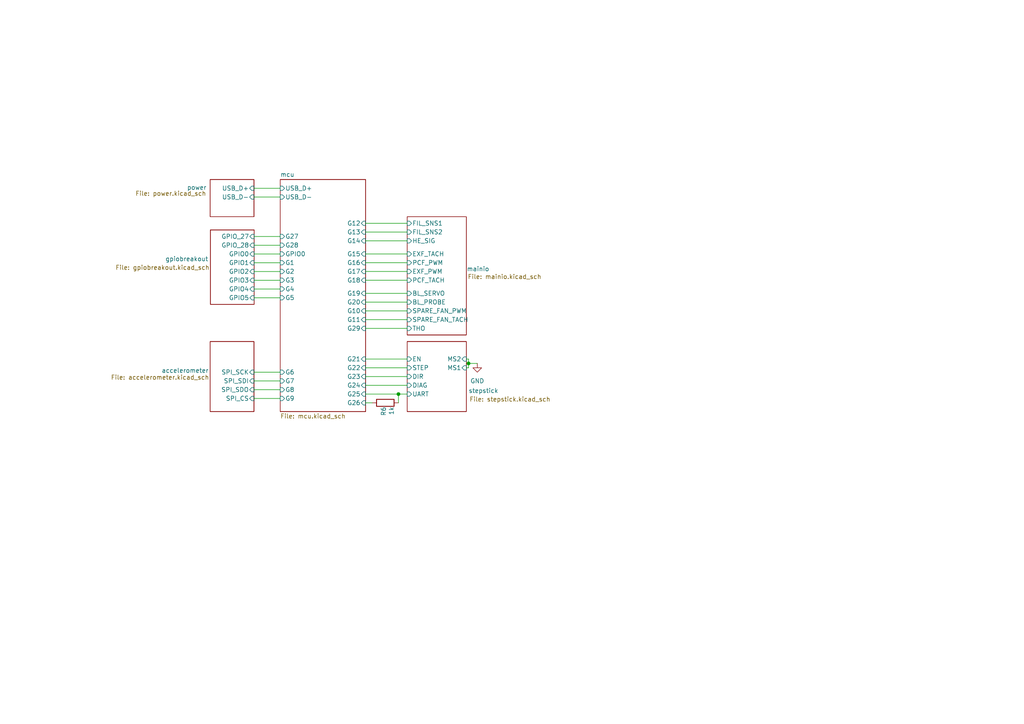
<source format=kicad_sch>
(kicad_sch (version 20250114) (generator "eeschema") (generator_version "9.0")
  (paper "A4")
  (lib_symbols
    (symbol "Device:R" (pin_numbers (hide yes)) (pin_names (offset 0))
      (property "Reference" "R" (at 2.032 0 90))
      (property "Value" "R" (at 0 0 90))
      (symbol "R_0_1"
        (rectangle (start -1.016 -2.54) (end 1.016 2.54) (stroke (width 0.254)))
      )
      (symbol "R_1_1"
        (pin passive line (at 0 3.81 270) (length 1.27) (name "~") (number "1"))
        (pin passive line (at 0 -3.81 90) (length 1.27) (name "~") (number "2"))
      )
    )
    (symbol "power:GND3" (power) (pin_numbers (hide yes)) (pin_names (offset 0) (hide yes))
      (property "Value" "GND3" (at 0 -3.81 0))
      (symbol "GND3_0_1"
        (polyline (pts (xy 0 0) (xy 0 -1.27) (xy 1.27 -1.27) (xy 0 -2.54) (xy -1.27 -1.27) (xy 0 -1.27)))
      )
      (symbol "GND3_1_1"
        (pin power_in line (at 0 0 270) (length 0) (name "~") (number "1"))
      )
    )
  )
  (junction (at 115.57 114.3))
  (junction (at 135.89 105.41))
  (wire (pts (xy 73.66 115.57) (xy 81.28 115.57)))
  (wire (pts (xy 106.045 109.22) (xy 118.11 109.22)))
  (wire (pts (xy 73.7215 68.5924) (xy 81.28 68.5924)))
  (wire (pts (xy 81.28 73.6724) (xy 81.28 73.66)))
  (wire (pts (xy 73.66 110.49) (xy 81.28 110.49)))
  (wire (pts (xy 115.57 114.3) (xy 115.57 116.84)))
  (wire (pts (xy 106.045 111.76) (xy 118.11 111.76)))
  (wire (pts (xy 135.89 105.41) (xy 138.43 105.41)))
  (wire (pts (xy 106.045 87.63) (xy 118.11 87.63)))
  (wire (pts (xy 106.045 67.31) (xy 118.11 67.31)))
  (wire (pts (xy 106.045 64.77) (xy 118.11 64.77)))
  (wire (pts (xy 106.045 95.25) (xy 118.11 95.25)))
  (wire (pts (xy 106.045 116.84) (xy 107.95 116.84)))
  (wire (pts (xy 106.045 78.74) (xy 118.11 78.74)))
  (wire (pts (xy 106.045 69.85) (xy 118.11 69.85)))
  (wire (pts (xy 73.7215 81.2924) (xy 81.28 81.2924)))
  (wire (pts (xy 135.89 104.14) (xy 135.89 105.41)))
  (wire (pts (xy 73.66 107.95) (xy 81.28 107.95)))
  (wire (pts (xy 81.28 68.5924) (xy 81.28 68.58)))
  (wire (pts (xy 73.66 113.03) (xy 81.28 113.03)))
  (wire (pts (xy 115.57 114.3) (xy 118.11 114.3)))
  (wire (pts (xy 73.7215 83.8324) (xy 81.28 83.8324)))
  (wire (pts (xy 73.7215 76.2124) (xy 81.28 76.2124)))
  (wire (pts (xy 73.66 54.61) (xy 81.28 54.61)))
  (wire (pts (xy 106.045 92.71) (xy 118.11 92.71)))
  (wire (pts (xy 73.7215 71.1324) (xy 81.28 71.1324)))
  (wire (pts (xy 106.045 73.66) (xy 118.11 73.66)))
  (wire (pts (xy 106.045 90.17) (xy 118.11 90.17)))
  (wire (pts (xy 73.7215 73.6724) (xy 81.28 73.6724)))
  (wire (pts (xy 106.045 104.14) (xy 118.11 104.14)))
  (wire (pts (xy 106.045 114.3) (xy 115.57 114.3)))
  (wire (pts (xy 81.28 81.2924) (xy 81.28 81.28)))
  (wire (pts (xy 106.045 85.09) (xy 118.11 85.09)))
  (wire (pts (xy 106.045 106.68) (xy 118.11 106.68)))
  (wire (pts (xy 135.255 104.14) (xy 135.89 104.14)))
  (wire (pts (xy 135.255 106.68) (xy 135.89 106.68)))
  (wire (pts (xy 106.045 76.2) (xy 118.11 76.2)))
  (wire (pts (xy 73.7215 78.7524) (xy 81.28 78.7524)))
  (wire (pts (xy 81.28 76.2124) (xy 81.28 76.2)))
  (wire (pts (xy 81.28 83.8324) (xy 81.28 83.82)))
  (wire (pts (xy 73.7215 86.3724) (xy 81.28 86.3724)))
  (wire (pts (xy 81.28 86.3724) (xy 81.28 86.36)))
  (wire (pts (xy 73.66 57.15) (xy 81.28 57.15)))
  (wire (pts (xy 81.28 78.7524) (xy 81.28 78.74)))
  (wire (pts (xy 106.045 81.28) (xy 118.11 81.28)))
  (wire (pts (xy 81.28 71.1324) (xy 81.28 71.12)))
  (wire (pts (xy 135.89 105.41) (xy 135.89 106.68)))
  (symbol (lib_id "power:GND3") (at 138.43 105.41 0) (unit 1)
    (property "Reference" "#PWR036" (effects (hide yes)))
    (property "Value" "GND" (at 138.43 110.49 0))
    (property "Description" "Power symbol creates a global label with name \"GND3\" , ground" (effects (hide yes)))
  )
  (symbol (lib_id "Device:R") (at 111.76 116.84 90) (unit 1)
    (property "Reference" "R6" (at 111.252 120.65 0) (effects (justify left)))
    (property "Value" "1k" (at 113.538 120.396 0) (effects (justify left)))
    (property "Footprint" "Resistor_SMD:R_0603_1608Metric" (effects (hide yes)))
    (property "Description" "Resistor" (effects (hide yes)))
  )
  (sheet (at 118.11 99.06) (size 17.145 20.32) (stroke (width 0.1524))
    (property "Sheetname" "stepstick" (at 135.89 114.046 0) (effects (justify left bottom)))
    (property "Sheetfile" "stepstick.kicad_sch" (at 136.144 115.062 0) (effects (justify left top)))
    (pin "DIAG" input (at 118.11 111.76 180))
    (pin "STEP" input (at 118.11 106.68 180))
    (pin "EN" input (at 118.11 104.14 180))
    (pin "DIR" input (at 118.11 109.22 180))
    (pin "UART" input (at 118.11 114.3 180))
    (pin "MS2" input (at 135.255 104.14 0))
    (pin "MS1" input (at 135.255 106.68 0))
  )
  (sheet (at 81.28 52.07) (size 24.765 67.31) (stroke (width 0.1524))
    (property "Sheetname" "mcu" (at 81.28 51.3584 0) (effects (justify left bottom)))
    (property "Sheetfile" "mcu.kicad_sch" (at 81.28 119.9646 0) (effects (justify left top)))
    (pin "USB_D+" input (at 81.28 54.61 180))
    (pin "USB_D-" input (at 81.28 57.15 180))
    (pin "G25" input (at 106.045 114.3 0))
    (pin "G23" input (at 106.045 109.22 0))
    (pin "G20" input (at 106.045 87.63 0))
    (pin "G24" input (at 106.045 111.76 0))
    (pin "G21" input (at 106.045 104.14 0))
    (pin "G22" input (at 106.045 106.68 0))
    (pin "G15" input (at 106.045 73.66 0))
    (pin "G16" input (at 106.045 76.2 0))
    (pin "G17" input (at 106.045 78.74 0))
    (pin "G19" input (at 106.045 85.09 0))
    (pin "G18" input (at 106.045 81.28 0))
    (pin "G29" input (at 106.045 95.25 0))
    (pin "G13" input (at 106.045 67.31 0))
    (pin "G14" input (at 106.045 69.85 0))
    (pin "G12" input (at 106.045 64.77 0))
    (pin "G9" input (at 81.28 115.57 180))
    (pin "G7" input (at 81.28 110.49 180))
    (pin "G5" input (at 81.28 86.36 180))
    (pin "G10" input (at 106.045 90.17 0))
    (pin "G8" input (at 81.28 113.03 180))
    (pin "G11" input (at 106.045 92.71 0))
    (pin "G4" input (at 81.28 83.82 180))
    (pin "G1" input (at 81.28 76.2 180))
    (pin "G6" input (at 81.28 107.95 180))
    (pin "G3" input (at 81.28 81.28 180))
    (pin "G2" input (at 81.28 78.74 180))
    (pin "GPIO0" input (at 81.28 73.66 180))
    (pin "G28" input (at 81.28 71.12 180))
    (pin "G27" input (at 81.28 68.58 180))
    (pin "G26" input (at 106.045 116.84 0))
  )
  (sheet (at 60.96 52.07) (size 12.7 10.795) (stroke (width 0.1524))
    (property "Sheetname" "power" (at 54.229 55.118 0) (effects (justify left bottom)))
    (property "Sheetfile" "power.kicad_sch" (at 39.243 55.372 0) (effects (justify left top)))
    (pin "USB_D+" input (at 73.66 54.61 0))
    (pin "USB_D-" input (at 73.66 57.15 0))
  )
  (sheet (at 61.0215 66.6874) (size 12.7 21.59) (stroke (width 0.1524))
    (property "Sheetname" "gpiobreakout" (at 47.9405 75.8314 0) (effects (justify left bottom)))
    (property "Sheetfile" "gpiobreakout.kicad_sch" (at 33.4625 76.8474 0) (effects (justify left top)))
    (pin "GPIO_28" input (at 73.7215 71.1324 0))
    (pin "GPIO0" input (at 73.7215 73.6724 0))
    (pin "GPIO1" input (at 73.7215 76.2124 0))
    (pin "GPIO4" input (at 73.7215 83.8324 0))
    (pin "GPIO_27" input (at 73.7215 68.5924 0))
    (pin "GPIO2" input (at 73.7215 78.7524 0))
    (pin "GPIO3" input (at 73.7215 81.2924 0))
    (pin "GPIO5" input (at 73.7215 86.3724 0))
  )
  (sheet (at 60.96 99.06) (size 12.7 20.32) (stroke (width 0.1524))
    (property "Sheetname" "accelerometer" (at 46.863 108.204 0) (effects (justify left bottom)))
    (property "Sheetfile" "accelerometer.kicad_sch" (at 32.131 108.712 0) (effects (justify left top)))
    (pin "SPI_CS" input (at 73.66 115.57 0))
    (pin "SPI_SCK" input (at 73.66 107.95 0))
    (pin "SPI_SDI" input (at 73.66 110.49 0))
    (pin "SPI_SDO" input (at 73.66 113.03 0))
  )
  (sheet (at 118.11 62.865) (size 17.145 34.29) (stroke (width 0.1524))
    (property "Sheetname" "mainio" (at 135.382 78.74 0) (effects (justify left bottom)))
    (property "Sheetfile" "mainio.kicad_sch" (at 135.636 79.502 0) (effects (justify left top)))
    (pin "FIL_SNS1" input (at 118.11 64.77 180))
    (pin "FIL_SNS2" input (at 118.11 67.31 180))
    (pin "HE_SIG" input (at 118.11 69.85 180))
    (pin "THO" input (at 118.11 95.25 180))
    (pin "EXF_TACH" input (at 118.11 73.66 180))
    (pin "PCF_PWM" input (at 118.11 76.2 180))
    (pin "EXF_PWM" input (at 118.11 78.74 180))
    (pin "PCF_TACH" input (at 118.11 81.28 180))
    (pin "BL_SERVO" input (at 118.11 85.09 180))
    (pin "BL_PROBE" input (at 118.11 87.63 180))
    (pin "SPARE_FAN_PWM" input (at 118.11 90.17 180))
    (pin "SPARE_FAN_TACH" input (at 118.11 92.71 180))
  )
)
</source>
